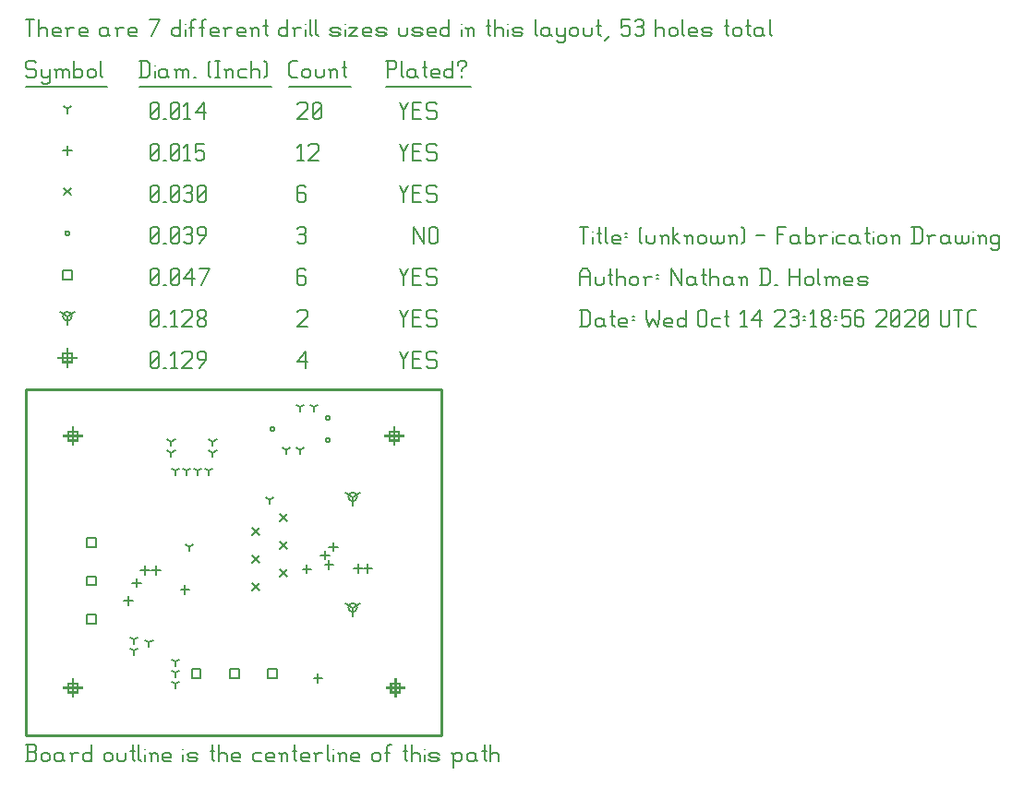
<source format=gbr>
G04 start of page 13 for group -3984 idx -3984 *
G04 Title: (unknown), fab *
G04 Creator: pcb 4.0.2 *
G04 CreationDate: Wed Oct 14 23:18:56 2020 UTC *
G04 For: ndholmes *
G04 Format: Gerber/RS-274X *
G04 PCB-Dimensions (mil): 1500.00 1250.00 *
G04 PCB-Coordinate-Origin: lower left *
%MOIN*%
%FSLAX25Y25*%
%LNFAB*%
%ADD73C,0.0100*%
%ADD72C,0.0075*%
%ADD71C,0.0060*%
%ADD70R,0.0080X0.0080*%
G54D70*X133000Y111200D02*Y104800D01*
X129800Y108000D02*X136200D01*
X131400Y109600D02*X134600D01*
X131400D02*Y106400D01*
X134600D01*
Y109600D02*Y106400D01*
X133500Y20200D02*Y13800D01*
X130300Y17000D02*X136700D01*
X131900Y18600D02*X135100D01*
X131900D02*Y15400D01*
X135100D01*
Y18600D02*Y15400D01*
X17000Y20200D02*Y13800D01*
X13800Y17000D02*X20200D01*
X15400Y18600D02*X18600D01*
X15400D02*Y15400D01*
X18600D01*
Y18600D02*Y15400D01*
X17000Y111200D02*Y104800D01*
X13800Y108000D02*X20200D01*
X15400Y109600D02*X18600D01*
X15400D02*Y106400D01*
X18600D01*
Y109600D02*Y106400D01*
X15000Y139450D02*Y133050D01*
X11800Y136250D02*X18200D01*
X13400Y137850D02*X16600D01*
X13400D02*Y134650D01*
X16600D01*
Y137850D02*Y134650D01*
G54D71*X135000Y138500D02*X136500Y135500D01*
X138000Y138500D01*
X136500Y135500D02*Y132500D01*
X139800Y135800D02*X142050D01*
X139800Y132500D02*X142800D01*
X139800Y138500D02*Y132500D01*
Y138500D02*X142800D01*
X147600D02*X148350Y137750D01*
X145350Y138500D02*X147600D01*
X144600Y137750D02*X145350Y138500D01*
X144600Y137750D02*Y136250D01*
X145350Y135500D01*
X147600D01*
X148350Y134750D01*
Y133250D01*
X147600Y132500D02*X148350Y133250D01*
X145350Y132500D02*X147600D01*
X144600Y133250D02*X145350Y132500D01*
X98000Y134750D02*X101000Y138500D01*
X98000Y134750D02*X101750D01*
X101000Y138500D02*Y132500D01*
X45000Y133250D02*X45750Y132500D01*
X45000Y137750D02*Y133250D01*
Y137750D02*X45750Y138500D01*
X47250D01*
X48000Y137750D01*
Y133250D01*
X47250Y132500D02*X48000Y133250D01*
X45750Y132500D02*X47250D01*
X45000Y134000D02*X48000Y137000D01*
X49800Y132500D02*X50550D01*
X52350Y137300D02*X53550Y138500D01*
Y132500D01*
X52350D02*X54600D01*
X56400Y137750D02*X57150Y138500D01*
X59400D01*
X60150Y137750D01*
Y136250D01*
X56400Y132500D02*X60150Y136250D01*
X56400Y132500D02*X60150D01*
X62700D02*X64950Y135500D01*
Y137750D02*Y135500D01*
X64200Y138500D02*X64950Y137750D01*
X62700Y138500D02*X64200D01*
X61950Y137750D02*X62700Y138500D01*
X61950Y137750D02*Y136250D01*
X62700Y135500D01*
X64950D01*
X118000Y46000D02*Y42800D01*
Y46000D02*X120773Y47600D01*
X118000Y46000D02*X115227Y47600D01*
X116400Y46000D02*G75*G03X119600Y46000I1600J0D01*G01*
G75*G03X116400Y46000I-1600J0D01*G01*
X118000Y86000D02*Y82800D01*
Y86000D02*X120773Y87600D01*
X118000Y86000D02*X115227Y87600D01*
X116400Y86000D02*G75*G03X119600Y86000I1600J0D01*G01*
G75*G03X116400Y86000I-1600J0D01*G01*
X15000Y151250D02*Y148050D01*
Y151250D02*X17773Y152850D01*
X15000Y151250D02*X12227Y152850D01*
X13400Y151250D02*G75*G03X16600Y151250I1600J0D01*G01*
G75*G03X13400Y151250I-1600J0D01*G01*
X135000Y153500D02*X136500Y150500D01*
X138000Y153500D01*
X136500Y150500D02*Y147500D01*
X139800Y150800D02*X142050D01*
X139800Y147500D02*X142800D01*
X139800Y153500D02*Y147500D01*
Y153500D02*X142800D01*
X147600D02*X148350Y152750D01*
X145350Y153500D02*X147600D01*
X144600Y152750D02*X145350Y153500D01*
X144600Y152750D02*Y151250D01*
X145350Y150500D01*
X147600D01*
X148350Y149750D01*
Y148250D01*
X147600Y147500D02*X148350Y148250D01*
X145350Y147500D02*X147600D01*
X144600Y148250D02*X145350Y147500D01*
X98000Y152750D02*X98750Y153500D01*
X101000D01*
X101750Y152750D01*
Y151250D01*
X98000Y147500D02*X101750Y151250D01*
X98000Y147500D02*X101750D01*
X45000Y148250D02*X45750Y147500D01*
X45000Y152750D02*Y148250D01*
Y152750D02*X45750Y153500D01*
X47250D01*
X48000Y152750D01*
Y148250D01*
X47250Y147500D02*X48000Y148250D01*
X45750Y147500D02*X47250D01*
X45000Y149000D02*X48000Y152000D01*
X49800Y147500D02*X50550D01*
X52350Y152300D02*X53550Y153500D01*
Y147500D01*
X52350D02*X54600D01*
X56400Y152750D02*X57150Y153500D01*
X59400D01*
X60150Y152750D01*
Y151250D01*
X56400Y147500D02*X60150Y151250D01*
X56400Y147500D02*X60150D01*
X61950Y148250D02*X62700Y147500D01*
X61950Y149450D02*Y148250D01*
Y149450D02*X63000Y150500D01*
X63900D01*
X64950Y149450D01*
Y148250D01*
X64200Y147500D02*X64950Y148250D01*
X62700Y147500D02*X64200D01*
X61950Y151550D02*X63000Y150500D01*
X61950Y152750D02*Y151550D01*
Y152750D02*X62700Y153500D01*
X64200D01*
X64950Y152750D01*
Y151550D01*
X63900Y150500D02*X64950Y151550D01*
X22073Y71045D02*X25273D01*
X22073D02*Y67845D01*
X25273D01*
Y71045D02*Y67845D01*
X22073Y57265D02*X25273D01*
X22073D02*Y54065D01*
X25273D01*
Y57265D02*Y54065D01*
X22073Y43486D02*X25273D01*
X22073D02*Y40286D01*
X25273D01*
Y43486D02*Y40286D01*
X59955Y23773D02*X63155D01*
X59955D02*Y20573D01*
X63155D01*
Y23773D02*Y20573D01*
X73735Y23773D02*X76935D01*
X73735D02*Y20573D01*
X76935D01*
Y23773D02*Y20573D01*
X87514Y23773D02*X90714D01*
X87514D02*Y20573D01*
X90714D01*
Y23773D02*Y20573D01*
X13400Y167850D02*X16600D01*
X13400D02*Y164650D01*
X16600D01*
Y167850D02*Y164650D01*
X135000Y168500D02*X136500Y165500D01*
X138000Y168500D01*
X136500Y165500D02*Y162500D01*
X139800Y165800D02*X142050D01*
X139800Y162500D02*X142800D01*
X139800Y168500D02*Y162500D01*
Y168500D02*X142800D01*
X147600D02*X148350Y167750D01*
X145350Y168500D02*X147600D01*
X144600Y167750D02*X145350Y168500D01*
X144600Y167750D02*Y166250D01*
X145350Y165500D01*
X147600D01*
X148350Y164750D01*
Y163250D01*
X147600Y162500D02*X148350Y163250D01*
X145350Y162500D02*X147600D01*
X144600Y163250D02*X145350Y162500D01*
X100250Y168500D02*X101000Y167750D01*
X98750Y168500D02*X100250D01*
X98000Y167750D02*X98750Y168500D01*
X98000Y167750D02*Y163250D01*
X98750Y162500D01*
X100250Y165800D02*X101000Y165050D01*
X98000Y165800D02*X100250D01*
X98750Y162500D02*X100250D01*
X101000Y163250D01*
Y165050D02*Y163250D01*
X45000D02*X45750Y162500D01*
X45000Y167750D02*Y163250D01*
Y167750D02*X45750Y168500D01*
X47250D01*
X48000Y167750D01*
Y163250D01*
X47250Y162500D02*X48000Y163250D01*
X45750Y162500D02*X47250D01*
X45000Y164000D02*X48000Y167000D01*
X49800Y162500D02*X50550D01*
X52350Y163250D02*X53100Y162500D01*
X52350Y167750D02*Y163250D01*
Y167750D02*X53100Y168500D01*
X54600D01*
X55350Y167750D01*
Y163250D01*
X54600Y162500D02*X55350Y163250D01*
X53100Y162500D02*X54600D01*
X52350Y164000D02*X55350Y167000D01*
X57150Y164750D02*X60150Y168500D01*
X57150Y164750D02*X60900D01*
X60150Y168500D02*Y162500D01*
X63450D02*X66450Y168500D01*
X62700D02*X66450D01*
X88200Y110500D02*G75*G03X89800Y110500I800J0D01*G01*
G75*G03X88200Y110500I-800J0D01*G01*
X108200Y114500D02*G75*G03X109800Y114500I800J0D01*G01*
G75*G03X108200Y114500I-800J0D01*G01*
Y106500D02*G75*G03X109800Y106500I800J0D01*G01*
G75*G03X108200Y106500I-800J0D01*G01*
X14200Y181250D02*G75*G03X15800Y181250I800J0D01*G01*
G75*G03X14200Y181250I-800J0D01*G01*
X140000Y183500D02*Y177500D01*
Y183500D02*X143750Y177500D01*
Y183500D02*Y177500D01*
X145550Y182750D02*Y178250D01*
Y182750D02*X146300Y183500D01*
X147800D01*
X148550Y182750D01*
Y178250D01*
X147800Y177500D02*X148550Y178250D01*
X146300Y177500D02*X147800D01*
X145550Y178250D02*X146300Y177500D01*
X98000Y182750D02*X98750Y183500D01*
X100250D01*
X101000Y182750D01*
X100250Y177500D02*X101000Y178250D01*
X98750Y177500D02*X100250D01*
X98000Y178250D02*X98750Y177500D01*
Y180800D02*X100250D01*
X101000Y182750D02*Y181550D01*
Y180050D02*Y178250D01*
Y180050D02*X100250Y180800D01*
X101000Y181550D02*X100250Y180800D01*
X45000Y178250D02*X45750Y177500D01*
X45000Y182750D02*Y178250D01*
Y182750D02*X45750Y183500D01*
X47250D01*
X48000Y182750D01*
Y178250D01*
X47250Y177500D02*X48000Y178250D01*
X45750Y177500D02*X47250D01*
X45000Y179000D02*X48000Y182000D01*
X49800Y177500D02*X50550D01*
X52350Y178250D02*X53100Y177500D01*
X52350Y182750D02*Y178250D01*
Y182750D02*X53100Y183500D01*
X54600D01*
X55350Y182750D01*
Y178250D01*
X54600Y177500D02*X55350Y178250D01*
X53100Y177500D02*X54600D01*
X52350Y179000D02*X55350Y182000D01*
X57150Y182750D02*X57900Y183500D01*
X59400D01*
X60150Y182750D01*
X59400Y177500D02*X60150Y178250D01*
X57900Y177500D02*X59400D01*
X57150Y178250D02*X57900Y177500D01*
Y180800D02*X59400D01*
X60150Y182750D02*Y181550D01*
Y180050D02*Y178250D01*
Y180050D02*X59400Y180800D01*
X60150Y181550D02*X59400Y180800D01*
X62700Y177500D02*X64950Y180500D01*
Y182750D02*Y180500D01*
X64200Y183500D02*X64950Y182750D01*
X62700Y183500D02*X64200D01*
X61950Y182750D02*X62700Y183500D01*
X61950Y182750D02*Y181250D01*
X62700Y180500D01*
X64950D01*
X81800Y54700D02*X84200Y52300D01*
X81800D02*X84200Y54700D01*
X91800Y59700D02*X94200Y57300D01*
X91800D02*X94200Y59700D01*
X81800Y64700D02*X84200Y62300D01*
X81800D02*X84200Y64700D01*
X91800Y69700D02*X94200Y67300D01*
X91800D02*X94200Y69700D01*
X81800Y74700D02*X84200Y72300D01*
X81800D02*X84200Y74700D01*
X91800Y79700D02*X94200Y77300D01*
X91800D02*X94200Y79700D01*
X13800Y197450D02*X16200Y195050D01*
X13800D02*X16200Y197450D01*
X135000Y198500D02*X136500Y195500D01*
X138000Y198500D01*
X136500Y195500D02*Y192500D01*
X139800Y195800D02*X142050D01*
X139800Y192500D02*X142800D01*
X139800Y198500D02*Y192500D01*
Y198500D02*X142800D01*
X147600D02*X148350Y197750D01*
X145350Y198500D02*X147600D01*
X144600Y197750D02*X145350Y198500D01*
X144600Y197750D02*Y196250D01*
X145350Y195500D01*
X147600D01*
X148350Y194750D01*
Y193250D01*
X147600Y192500D02*X148350Y193250D01*
X145350Y192500D02*X147600D01*
X144600Y193250D02*X145350Y192500D01*
X100250Y198500D02*X101000Y197750D01*
X98750Y198500D02*X100250D01*
X98000Y197750D02*X98750Y198500D01*
X98000Y197750D02*Y193250D01*
X98750Y192500D01*
X100250Y195800D02*X101000Y195050D01*
X98000Y195800D02*X100250D01*
X98750Y192500D02*X100250D01*
X101000Y193250D01*
Y195050D02*Y193250D01*
X45000D02*X45750Y192500D01*
X45000Y197750D02*Y193250D01*
Y197750D02*X45750Y198500D01*
X47250D01*
X48000Y197750D01*
Y193250D01*
X47250Y192500D02*X48000Y193250D01*
X45750Y192500D02*X47250D01*
X45000Y194000D02*X48000Y197000D01*
X49800Y192500D02*X50550D01*
X52350Y193250D02*X53100Y192500D01*
X52350Y197750D02*Y193250D01*
Y197750D02*X53100Y198500D01*
X54600D01*
X55350Y197750D01*
Y193250D01*
X54600Y192500D02*X55350Y193250D01*
X53100Y192500D02*X54600D01*
X52350Y194000D02*X55350Y197000D01*
X57150Y197750D02*X57900Y198500D01*
X59400D01*
X60150Y197750D01*
X59400Y192500D02*X60150Y193250D01*
X57900Y192500D02*X59400D01*
X57150Y193250D02*X57900Y192500D01*
Y195800D02*X59400D01*
X60150Y197750D02*Y196550D01*
Y195050D02*Y193250D01*
Y195050D02*X59400Y195800D01*
X60150Y196550D02*X59400Y195800D01*
X61950Y193250D02*X62700Y192500D01*
X61950Y197750D02*Y193250D01*
Y197750D02*X62700Y198500D01*
X64200D01*
X64950Y197750D01*
Y193250D01*
X64200Y192500D02*X64950Y193250D01*
X62700Y192500D02*X64200D01*
X61950Y194000D02*X64950Y197000D01*
X37000Y50100D02*Y46900D01*
X35400Y48500D02*X38600D01*
X40000Y56600D02*Y53400D01*
X38400Y55000D02*X41600D01*
X57500Y54100D02*Y50900D01*
X55900Y52500D02*X59100D01*
X105500Y22100D02*Y18900D01*
X103900Y20500D02*X107100D01*
X111000Y69600D02*Y66400D01*
X109400Y68000D02*X112600D01*
X108000Y66600D02*Y63400D01*
X106400Y65000D02*X109600D01*
X101500Y61600D02*Y58400D01*
X99900Y60000D02*X103100D01*
X109500Y63100D02*Y59900D01*
X107900Y61500D02*X111100D01*
X120000Y61694D02*Y58494D01*
X118400Y60094D02*X121600D01*
X123500Y61694D02*Y58494D01*
X121900Y60094D02*X125100D01*
X43000Y61100D02*Y57900D01*
X41400Y59500D02*X44600D01*
X47000Y61100D02*Y57900D01*
X45400Y59500D02*X48600D01*
X15000Y212850D02*Y209650D01*
X13400Y211250D02*X16600D01*
X135000Y213500D02*X136500Y210500D01*
X138000Y213500D01*
X136500Y210500D02*Y207500D01*
X139800Y210800D02*X142050D01*
X139800Y207500D02*X142800D01*
X139800Y213500D02*Y207500D01*
Y213500D02*X142800D01*
X147600D02*X148350Y212750D01*
X145350Y213500D02*X147600D01*
X144600Y212750D02*X145350Y213500D01*
X144600Y212750D02*Y211250D01*
X145350Y210500D01*
X147600D01*
X148350Y209750D01*
Y208250D01*
X147600Y207500D02*X148350Y208250D01*
X145350Y207500D02*X147600D01*
X144600Y208250D02*X145350Y207500D01*
X98000Y212300D02*X99200Y213500D01*
Y207500D01*
X98000D02*X100250D01*
X102050Y212750D02*X102800Y213500D01*
X105050D01*
X105800Y212750D01*
Y211250D01*
X102050Y207500D02*X105800Y211250D01*
X102050Y207500D02*X105800D01*
X45000Y208250D02*X45750Y207500D01*
X45000Y212750D02*Y208250D01*
Y212750D02*X45750Y213500D01*
X47250D01*
X48000Y212750D01*
Y208250D01*
X47250Y207500D02*X48000Y208250D01*
X45750Y207500D02*X47250D01*
X45000Y209000D02*X48000Y212000D01*
X49800Y207500D02*X50550D01*
X52350Y208250D02*X53100Y207500D01*
X52350Y212750D02*Y208250D01*
Y212750D02*X53100Y213500D01*
X54600D01*
X55350Y212750D01*
Y208250D01*
X54600Y207500D02*X55350Y208250D01*
X53100Y207500D02*X54600D01*
X52350Y209000D02*X55350Y212000D01*
X57150Y212300D02*X58350Y213500D01*
Y207500D01*
X57150D02*X59400D01*
X61200Y213500D02*X64200D01*
X61200D02*Y210500D01*
X61950Y211250D01*
X63450D01*
X64200Y210500D01*
Y208250D01*
X63450Y207500D02*X64200Y208250D01*
X61950Y207500D02*X63450D01*
X61200Y208250D02*X61950Y207500D01*
X104000Y118500D02*Y116900D01*
Y118500D02*X105387Y119300D01*
X104000Y118500D02*X102613Y119300D01*
X54000Y18500D02*Y16900D01*
Y18500D02*X55387Y19300D01*
X54000Y18500D02*X52613Y19300D01*
X99000Y103000D02*Y101400D01*
Y103000D02*X100387Y103800D01*
X99000Y103000D02*X97613Y103800D01*
X52500Y106000D02*Y104400D01*
Y106000D02*X53887Y106800D01*
X52500Y106000D02*X51113Y106800D01*
X67500Y106000D02*Y104400D01*
Y106000D02*X68887Y106800D01*
X67500Y106000D02*X66113Y106800D01*
X67500Y102000D02*Y100400D01*
Y102000D02*X68887Y102800D01*
X67500Y102000D02*X66113Y102800D01*
X62000Y95500D02*Y93900D01*
Y95500D02*X63387Y96300D01*
X62000Y95500D02*X60613Y96300D01*
X94000Y103000D02*Y101400D01*
Y103000D02*X95387Y103800D01*
X94000Y103000D02*X92613Y103800D01*
X99000Y118500D02*Y116900D01*
Y118500D02*X100387Y119300D01*
X99000Y118500D02*X97613Y119300D01*
X88000Y85000D02*Y83400D01*
Y85000D02*X89387Y85800D01*
X88000Y85000D02*X86613Y85800D01*
X39000Y34500D02*Y32900D01*
Y34500D02*X40387Y35300D01*
X39000Y34500D02*X37613Y35300D01*
X54000Y22500D02*Y20900D01*
Y22500D02*X55387Y23300D01*
X54000Y22500D02*X52613Y23300D01*
X54000Y26500D02*Y24900D01*
Y26500D02*X55387Y27300D01*
X54000Y26500D02*X52613Y27300D01*
X44500Y33500D02*Y31900D01*
Y33500D02*X45887Y34300D01*
X44500Y33500D02*X43113Y34300D01*
X59000Y68000D02*Y66400D01*
Y68000D02*X60387Y68800D01*
X59000Y68000D02*X57613Y68800D01*
X39000Y30500D02*Y28900D01*
Y30500D02*X40387Y31300D01*
X39000Y30500D02*X37613Y31300D01*
X52500Y102000D02*Y100400D01*
Y102000D02*X53887Y102800D01*
X52500Y102000D02*X51113Y102800D01*
X66000Y95500D02*Y93900D01*
Y95500D02*X67387Y96300D01*
X66000Y95500D02*X64613Y96300D01*
X54000Y95500D02*Y93900D01*
Y95500D02*X55387Y96300D01*
X54000Y95500D02*X52613Y96300D01*
X58000Y95500D02*Y93900D01*
Y95500D02*X59387Y96300D01*
X58000Y95500D02*X56613Y96300D01*
X15000Y226250D02*Y224650D01*
Y226250D02*X16387Y227050D01*
X15000Y226250D02*X13613Y227050D01*
X135000Y228500D02*X136500Y225500D01*
X138000Y228500D01*
X136500Y225500D02*Y222500D01*
X139800Y225800D02*X142050D01*
X139800Y222500D02*X142800D01*
X139800Y228500D02*Y222500D01*
Y228500D02*X142800D01*
X147600D02*X148350Y227750D01*
X145350Y228500D02*X147600D01*
X144600Y227750D02*X145350Y228500D01*
X144600Y227750D02*Y226250D01*
X145350Y225500D01*
X147600D01*
X148350Y224750D01*
Y223250D01*
X147600Y222500D02*X148350Y223250D01*
X145350Y222500D02*X147600D01*
X144600Y223250D02*X145350Y222500D01*
X98000Y227750D02*X98750Y228500D01*
X101000D01*
X101750Y227750D01*
Y226250D01*
X98000Y222500D02*X101750Y226250D01*
X98000Y222500D02*X101750D01*
X103550Y223250D02*X104300Y222500D01*
X103550Y227750D02*Y223250D01*
Y227750D02*X104300Y228500D01*
X105800D01*
X106550Y227750D01*
Y223250D01*
X105800Y222500D02*X106550Y223250D01*
X104300Y222500D02*X105800D01*
X103550Y224000D02*X106550Y227000D01*
X45000Y223250D02*X45750Y222500D01*
X45000Y227750D02*Y223250D01*
Y227750D02*X45750Y228500D01*
X47250D01*
X48000Y227750D01*
Y223250D01*
X47250Y222500D02*X48000Y223250D01*
X45750Y222500D02*X47250D01*
X45000Y224000D02*X48000Y227000D01*
X49800Y222500D02*X50550D01*
X52350Y223250D02*X53100Y222500D01*
X52350Y227750D02*Y223250D01*
Y227750D02*X53100Y228500D01*
X54600D01*
X55350Y227750D01*
Y223250D01*
X54600Y222500D02*X55350Y223250D01*
X53100Y222500D02*X54600D01*
X52350Y224000D02*X55350Y227000D01*
X57150Y227300D02*X58350Y228500D01*
Y222500D01*
X57150D02*X59400D01*
X61200Y224750D02*X64200Y228500D01*
X61200Y224750D02*X64950D01*
X64200Y228500D02*Y222500D01*
X3000Y243500D02*X3750Y242750D01*
X750Y243500D02*X3000D01*
X0Y242750D02*X750Y243500D01*
X0Y242750D02*Y241250D01*
X750Y240500D01*
X3000D01*
X3750Y239750D01*
Y238250D01*
X3000Y237500D02*X3750Y238250D01*
X750Y237500D02*X3000D01*
X0Y238250D02*X750Y237500D01*
X5550Y240500D02*Y238250D01*
X6300Y237500D01*
X8550Y240500D02*Y236000D01*
X7800Y235250D02*X8550Y236000D01*
X6300Y235250D02*X7800D01*
X5550Y236000D02*X6300Y235250D01*
Y237500D02*X7800D01*
X8550Y238250D01*
X11100Y239750D02*Y237500D01*
Y239750D02*X11850Y240500D01*
X12600D01*
X13350Y239750D01*
Y237500D01*
Y239750D02*X14100Y240500D01*
X14850D01*
X15600Y239750D01*
Y237500D01*
X10350Y240500D02*X11100Y239750D01*
X17400Y243500D02*Y237500D01*
Y238250D02*X18150Y237500D01*
X19650D01*
X20400Y238250D01*
Y239750D02*Y238250D01*
X19650Y240500D02*X20400Y239750D01*
X18150Y240500D02*X19650D01*
X17400Y239750D02*X18150Y240500D01*
X22200Y239750D02*Y238250D01*
Y239750D02*X22950Y240500D01*
X24450D01*
X25200Y239750D01*
Y238250D01*
X24450Y237500D02*X25200Y238250D01*
X22950Y237500D02*X24450D01*
X22200Y238250D02*X22950Y237500D01*
X27000Y243500D02*Y238250D01*
X27750Y237500D01*
X0Y234250D02*X29250D01*
X41750Y243500D02*Y237500D01*
X43700Y243500D02*X44750Y242450D01*
Y238550D01*
X43700Y237500D02*X44750Y238550D01*
X41000Y237500D02*X43700D01*
X41000Y243500D02*X43700D01*
G54D72*X46550Y242000D02*Y241850D01*
G54D71*Y239750D02*Y237500D01*
X50300Y240500D02*X51050Y239750D01*
X48800Y240500D02*X50300D01*
X48050Y239750D02*X48800Y240500D01*
X48050Y239750D02*Y238250D01*
X48800Y237500D01*
X51050Y240500D02*Y238250D01*
X51800Y237500D01*
X48800D02*X50300D01*
X51050Y238250D01*
X54350Y239750D02*Y237500D01*
Y239750D02*X55100Y240500D01*
X55850D01*
X56600Y239750D01*
Y237500D01*
Y239750D02*X57350Y240500D01*
X58100D01*
X58850Y239750D01*
Y237500D01*
X53600Y240500D02*X54350Y239750D01*
X60650Y237500D02*X61400D01*
X65900Y238250D02*X66650Y237500D01*
X65900Y242750D02*X66650Y243500D01*
X65900Y242750D02*Y238250D01*
X68450Y243500D02*X69950D01*
X69200D02*Y237500D01*
X68450D02*X69950D01*
X72500Y239750D02*Y237500D01*
Y239750D02*X73250Y240500D01*
X74000D01*
X74750Y239750D01*
Y237500D01*
X71750Y240500D02*X72500Y239750D01*
X77300Y240500D02*X79550D01*
X76550Y239750D02*X77300Y240500D01*
X76550Y239750D02*Y238250D01*
X77300Y237500D01*
X79550D01*
X81350Y243500D02*Y237500D01*
Y239750D02*X82100Y240500D01*
X83600D01*
X84350Y239750D01*
Y237500D01*
X86150Y243500D02*X86900Y242750D01*
Y238250D01*
X86150Y237500D02*X86900Y238250D01*
X41000Y234250D02*X88700D01*
X96050Y237500D02*X98000D01*
X95000Y238550D02*X96050Y237500D01*
X95000Y242450D02*Y238550D01*
Y242450D02*X96050Y243500D01*
X98000D01*
X99800Y239750D02*Y238250D01*
Y239750D02*X100550Y240500D01*
X102050D01*
X102800Y239750D01*
Y238250D01*
X102050Y237500D02*X102800Y238250D01*
X100550Y237500D02*X102050D01*
X99800Y238250D02*X100550Y237500D01*
X104600Y240500D02*Y238250D01*
X105350Y237500D01*
X106850D01*
X107600Y238250D01*
Y240500D02*Y238250D01*
X110150Y239750D02*Y237500D01*
Y239750D02*X110900Y240500D01*
X111650D01*
X112400Y239750D01*
Y237500D01*
X109400Y240500D02*X110150Y239750D01*
X114950Y243500D02*Y238250D01*
X115700Y237500D01*
X114200Y241250D02*X115700D01*
X95000Y234250D02*X117200D01*
X130750Y243500D02*Y237500D01*
X130000Y243500D02*X133000D01*
X133750Y242750D01*
Y241250D01*
X133000Y240500D02*X133750Y241250D01*
X130750Y240500D02*X133000D01*
X135550Y243500D02*Y238250D01*
X136300Y237500D01*
X140050Y240500D02*X140800Y239750D01*
X138550Y240500D02*X140050D01*
X137800Y239750D02*X138550Y240500D01*
X137800Y239750D02*Y238250D01*
X138550Y237500D01*
X140800Y240500D02*Y238250D01*
X141550Y237500D01*
X138550D02*X140050D01*
X140800Y238250D01*
X144100Y243500D02*Y238250D01*
X144850Y237500D01*
X143350Y241250D02*X144850D01*
X147100Y237500D02*X149350D01*
X146350Y238250D02*X147100Y237500D01*
X146350Y239750D02*Y238250D01*
Y239750D02*X147100Y240500D01*
X148600D01*
X149350Y239750D01*
X146350Y239000D02*X149350D01*
Y239750D02*Y239000D01*
X154150Y243500D02*Y237500D01*
X153400D02*X154150Y238250D01*
X151900Y237500D02*X153400D01*
X151150Y238250D02*X151900Y237500D01*
X151150Y239750D02*Y238250D01*
Y239750D02*X151900Y240500D01*
X153400D01*
X154150Y239750D01*
X157450Y240500D02*Y239750D01*
Y238250D02*Y237500D01*
X155950Y242750D02*Y242000D01*
Y242750D02*X156700Y243500D01*
X158200D01*
X158950Y242750D01*
Y242000D01*
X157450Y240500D02*X158950Y242000D01*
X130000Y234250D02*X160750D01*
X0Y258500D02*X3000D01*
X1500D02*Y252500D01*
X4800Y258500D02*Y252500D01*
Y254750D02*X5550Y255500D01*
X7050D01*
X7800Y254750D01*
Y252500D01*
X10350D02*X12600D01*
X9600Y253250D02*X10350Y252500D01*
X9600Y254750D02*Y253250D01*
Y254750D02*X10350Y255500D01*
X11850D01*
X12600Y254750D01*
X9600Y254000D02*X12600D01*
Y254750D02*Y254000D01*
X15150Y254750D02*Y252500D01*
Y254750D02*X15900Y255500D01*
X17400D01*
X14400D02*X15150Y254750D01*
X19950Y252500D02*X22200D01*
X19200Y253250D02*X19950Y252500D01*
X19200Y254750D02*Y253250D01*
Y254750D02*X19950Y255500D01*
X21450D01*
X22200Y254750D01*
X19200Y254000D02*X22200D01*
Y254750D02*Y254000D01*
X28950Y255500D02*X29700Y254750D01*
X27450Y255500D02*X28950D01*
X26700Y254750D02*X27450Y255500D01*
X26700Y254750D02*Y253250D01*
X27450Y252500D01*
X29700Y255500D02*Y253250D01*
X30450Y252500D01*
X27450D02*X28950D01*
X29700Y253250D01*
X33000Y254750D02*Y252500D01*
Y254750D02*X33750Y255500D01*
X35250D01*
X32250D02*X33000Y254750D01*
X37800Y252500D02*X40050D01*
X37050Y253250D02*X37800Y252500D01*
X37050Y254750D02*Y253250D01*
Y254750D02*X37800Y255500D01*
X39300D01*
X40050Y254750D01*
X37050Y254000D02*X40050D01*
Y254750D02*Y254000D01*
X45300Y252500D02*X48300Y258500D01*
X44550D02*X48300D01*
X55800D02*Y252500D01*
X55050D02*X55800Y253250D01*
X53550Y252500D02*X55050D01*
X52800Y253250D02*X53550Y252500D01*
X52800Y254750D02*Y253250D01*
Y254750D02*X53550Y255500D01*
X55050D01*
X55800Y254750D01*
G54D72*X57600Y257000D02*Y256850D01*
G54D71*Y254750D02*Y252500D01*
X59850Y257750D02*Y252500D01*
Y257750D02*X60600Y258500D01*
X61350D01*
X59100Y255500D02*X60600D01*
X63600Y257750D02*Y252500D01*
Y257750D02*X64350Y258500D01*
X65100D01*
X62850Y255500D02*X64350D01*
X67350Y252500D02*X69600D01*
X66600Y253250D02*X67350Y252500D01*
X66600Y254750D02*Y253250D01*
Y254750D02*X67350Y255500D01*
X68850D01*
X69600Y254750D01*
X66600Y254000D02*X69600D01*
Y254750D02*Y254000D01*
X72150Y254750D02*Y252500D01*
Y254750D02*X72900Y255500D01*
X74400D01*
X71400D02*X72150Y254750D01*
X76950Y252500D02*X79200D01*
X76200Y253250D02*X76950Y252500D01*
X76200Y254750D02*Y253250D01*
Y254750D02*X76950Y255500D01*
X78450D01*
X79200Y254750D01*
X76200Y254000D02*X79200D01*
Y254750D02*Y254000D01*
X81750Y254750D02*Y252500D01*
Y254750D02*X82500Y255500D01*
X83250D01*
X84000Y254750D01*
Y252500D01*
X81000Y255500D02*X81750Y254750D01*
X86550Y258500D02*Y253250D01*
X87300Y252500D01*
X85800Y256250D02*X87300D01*
X94500Y258500D02*Y252500D01*
X93750D02*X94500Y253250D01*
X92250Y252500D02*X93750D01*
X91500Y253250D02*X92250Y252500D01*
X91500Y254750D02*Y253250D01*
Y254750D02*X92250Y255500D01*
X93750D01*
X94500Y254750D01*
X97050D02*Y252500D01*
Y254750D02*X97800Y255500D01*
X99300D01*
X96300D02*X97050Y254750D01*
G54D72*X101100Y257000D02*Y256850D01*
G54D71*Y254750D02*Y252500D01*
X102600Y258500D02*Y253250D01*
X103350Y252500D01*
X104850Y258500D02*Y253250D01*
X105600Y252500D01*
X110550D02*X112800D01*
X113550Y253250D01*
X112800Y254000D02*X113550Y253250D01*
X110550Y254000D02*X112800D01*
X109800Y254750D02*X110550Y254000D01*
X109800Y254750D02*X110550Y255500D01*
X112800D01*
X113550Y254750D01*
X109800Y253250D02*X110550Y252500D01*
G54D72*X115350Y257000D02*Y256850D01*
G54D71*Y254750D02*Y252500D01*
X116850Y255500D02*X119850D01*
X116850Y252500D02*X119850Y255500D01*
X116850Y252500D02*X119850D01*
X122400D02*X124650D01*
X121650Y253250D02*X122400Y252500D01*
X121650Y254750D02*Y253250D01*
Y254750D02*X122400Y255500D01*
X123900D01*
X124650Y254750D01*
X121650Y254000D02*X124650D01*
Y254750D02*Y254000D01*
X127200Y252500D02*X129450D01*
X130200Y253250D01*
X129450Y254000D02*X130200Y253250D01*
X127200Y254000D02*X129450D01*
X126450Y254750D02*X127200Y254000D01*
X126450Y254750D02*X127200Y255500D01*
X129450D01*
X130200Y254750D01*
X126450Y253250D02*X127200Y252500D01*
X134700Y255500D02*Y253250D01*
X135450Y252500D01*
X136950D01*
X137700Y253250D01*
Y255500D02*Y253250D01*
X140250Y252500D02*X142500D01*
X143250Y253250D01*
X142500Y254000D02*X143250Y253250D01*
X140250Y254000D02*X142500D01*
X139500Y254750D02*X140250Y254000D01*
X139500Y254750D02*X140250Y255500D01*
X142500D01*
X143250Y254750D01*
X139500Y253250D02*X140250Y252500D01*
X145800D02*X148050D01*
X145050Y253250D02*X145800Y252500D01*
X145050Y254750D02*Y253250D01*
Y254750D02*X145800Y255500D01*
X147300D01*
X148050Y254750D01*
X145050Y254000D02*X148050D01*
Y254750D02*Y254000D01*
X152850Y258500D02*Y252500D01*
X152100D02*X152850Y253250D01*
X150600Y252500D02*X152100D01*
X149850Y253250D02*X150600Y252500D01*
X149850Y254750D02*Y253250D01*
Y254750D02*X150600Y255500D01*
X152100D01*
X152850Y254750D01*
G54D72*X157350Y257000D02*Y256850D01*
G54D71*Y254750D02*Y252500D01*
X159600Y254750D02*Y252500D01*
Y254750D02*X160350Y255500D01*
X161100D01*
X161850Y254750D01*
Y252500D01*
X158850Y255500D02*X159600Y254750D01*
X167100Y258500D02*Y253250D01*
X167850Y252500D01*
X166350Y256250D02*X167850D01*
X169350Y258500D02*Y252500D01*
Y254750D02*X170100Y255500D01*
X171600D01*
X172350Y254750D01*
Y252500D01*
G54D72*X174150Y257000D02*Y256850D01*
G54D71*Y254750D02*Y252500D01*
X176400D02*X178650D01*
X179400Y253250D01*
X178650Y254000D02*X179400Y253250D01*
X176400Y254000D02*X178650D01*
X175650Y254750D02*X176400Y254000D01*
X175650Y254750D02*X176400Y255500D01*
X178650D01*
X179400Y254750D01*
X175650Y253250D02*X176400Y252500D01*
X183900Y258500D02*Y253250D01*
X184650Y252500D01*
X188400Y255500D02*X189150Y254750D01*
X186900Y255500D02*X188400D01*
X186150Y254750D02*X186900Y255500D01*
X186150Y254750D02*Y253250D01*
X186900Y252500D01*
X189150Y255500D02*Y253250D01*
X189900Y252500D01*
X186900D02*X188400D01*
X189150Y253250D01*
X191700Y255500D02*Y253250D01*
X192450Y252500D01*
X194700Y255500D02*Y251000D01*
X193950Y250250D02*X194700Y251000D01*
X192450Y250250D02*X193950D01*
X191700Y251000D02*X192450Y250250D01*
Y252500D02*X193950D01*
X194700Y253250D01*
X196500Y254750D02*Y253250D01*
Y254750D02*X197250Y255500D01*
X198750D01*
X199500Y254750D01*
Y253250D01*
X198750Y252500D02*X199500Y253250D01*
X197250Y252500D02*X198750D01*
X196500Y253250D02*X197250Y252500D01*
X201300Y255500D02*Y253250D01*
X202050Y252500D01*
X203550D01*
X204300Y253250D01*
Y255500D02*Y253250D01*
X206850Y258500D02*Y253250D01*
X207600Y252500D01*
X206100Y256250D02*X207600D01*
X209100Y251000D02*X210600Y252500D01*
X215100Y258500D02*X218100D01*
X215100D02*Y255500D01*
X215850Y256250D01*
X217350D01*
X218100Y255500D01*
Y253250D01*
X217350Y252500D02*X218100Y253250D01*
X215850Y252500D02*X217350D01*
X215100Y253250D02*X215850Y252500D01*
X219900Y257750D02*X220650Y258500D01*
X222150D01*
X222900Y257750D01*
X222150Y252500D02*X222900Y253250D01*
X220650Y252500D02*X222150D01*
X219900Y253250D02*X220650Y252500D01*
Y255800D02*X222150D01*
X222900Y257750D02*Y256550D01*
Y255050D02*Y253250D01*
Y255050D02*X222150Y255800D01*
X222900Y256550D02*X222150Y255800D01*
X227400Y258500D02*Y252500D01*
Y254750D02*X228150Y255500D01*
X229650D01*
X230400Y254750D01*
Y252500D01*
X232200Y254750D02*Y253250D01*
Y254750D02*X232950Y255500D01*
X234450D01*
X235200Y254750D01*
Y253250D01*
X234450Y252500D02*X235200Y253250D01*
X232950Y252500D02*X234450D01*
X232200Y253250D02*X232950Y252500D01*
X237000Y258500D02*Y253250D01*
X237750Y252500D01*
X240000D02*X242250D01*
X239250Y253250D02*X240000Y252500D01*
X239250Y254750D02*Y253250D01*
Y254750D02*X240000Y255500D01*
X241500D01*
X242250Y254750D01*
X239250Y254000D02*X242250D01*
Y254750D02*Y254000D01*
X244800Y252500D02*X247050D01*
X247800Y253250D01*
X247050Y254000D02*X247800Y253250D01*
X244800Y254000D02*X247050D01*
X244050Y254750D02*X244800Y254000D01*
X244050Y254750D02*X244800Y255500D01*
X247050D01*
X247800Y254750D01*
X244050Y253250D02*X244800Y252500D01*
X253050Y258500D02*Y253250D01*
X253800Y252500D01*
X252300Y256250D02*X253800D01*
X255300Y254750D02*Y253250D01*
Y254750D02*X256050Y255500D01*
X257550D01*
X258300Y254750D01*
Y253250D01*
X257550Y252500D02*X258300Y253250D01*
X256050Y252500D02*X257550D01*
X255300Y253250D02*X256050Y252500D01*
X260850Y258500D02*Y253250D01*
X261600Y252500D01*
X260100Y256250D02*X261600D01*
X265350Y255500D02*X266100Y254750D01*
X263850Y255500D02*X265350D01*
X263100Y254750D02*X263850Y255500D01*
X263100Y254750D02*Y253250D01*
X263850Y252500D01*
X266100Y255500D02*Y253250D01*
X266850Y252500D01*
X263850D02*X265350D01*
X266100Y253250D01*
X268650Y258500D02*Y253250D01*
X269400Y252500D01*
G54D73*X0Y0D02*X150000D01*
Y125000D01*
X0D01*
Y0D01*
G54D71*Y-9500D02*X3000D01*
X3750Y-8750D01*
Y-6950D02*Y-8750D01*
X3000Y-6200D02*X3750Y-6950D01*
X750Y-6200D02*X3000D01*
X750Y-3500D02*Y-9500D01*
X0Y-3500D02*X3000D01*
X3750Y-4250D01*
Y-5450D01*
X3000Y-6200D02*X3750Y-5450D01*
X5550Y-7250D02*Y-8750D01*
Y-7250D02*X6300Y-6500D01*
X7800D01*
X8550Y-7250D01*
Y-8750D01*
X7800Y-9500D02*X8550Y-8750D01*
X6300Y-9500D02*X7800D01*
X5550Y-8750D02*X6300Y-9500D01*
X12600Y-6500D02*X13350Y-7250D01*
X11100Y-6500D02*X12600D01*
X10350Y-7250D02*X11100Y-6500D01*
X10350Y-7250D02*Y-8750D01*
X11100Y-9500D01*
X13350Y-6500D02*Y-8750D01*
X14100Y-9500D01*
X11100D02*X12600D01*
X13350Y-8750D01*
X16650Y-7250D02*Y-9500D01*
Y-7250D02*X17400Y-6500D01*
X18900D01*
X15900D02*X16650Y-7250D01*
X23700Y-3500D02*Y-9500D01*
X22950D02*X23700Y-8750D01*
X21450Y-9500D02*X22950D01*
X20700Y-8750D02*X21450Y-9500D01*
X20700Y-7250D02*Y-8750D01*
Y-7250D02*X21450Y-6500D01*
X22950D01*
X23700Y-7250D01*
X28200D02*Y-8750D01*
Y-7250D02*X28950Y-6500D01*
X30450D01*
X31200Y-7250D01*
Y-8750D01*
X30450Y-9500D02*X31200Y-8750D01*
X28950Y-9500D02*X30450D01*
X28200Y-8750D02*X28950Y-9500D01*
X33000Y-6500D02*Y-8750D01*
X33750Y-9500D01*
X35250D01*
X36000Y-8750D01*
Y-6500D02*Y-8750D01*
X38550Y-3500D02*Y-8750D01*
X39300Y-9500D01*
X37800Y-5750D02*X39300D01*
X40800Y-3500D02*Y-8750D01*
X41550Y-9500D01*
G54D72*X43050Y-5000D02*Y-5150D01*
G54D71*Y-7250D02*Y-9500D01*
X45300Y-7250D02*Y-9500D01*
Y-7250D02*X46050Y-6500D01*
X46800D01*
X47550Y-7250D01*
Y-9500D01*
X44550Y-6500D02*X45300Y-7250D01*
X50100Y-9500D02*X52350D01*
X49350Y-8750D02*X50100Y-9500D01*
X49350Y-7250D02*Y-8750D01*
Y-7250D02*X50100Y-6500D01*
X51600D01*
X52350Y-7250D01*
X49350Y-8000D02*X52350D01*
Y-7250D02*Y-8000D01*
G54D72*X56850Y-5000D02*Y-5150D01*
G54D71*Y-7250D02*Y-9500D01*
X59100D02*X61350D01*
X62100Y-8750D01*
X61350Y-8000D02*X62100Y-8750D01*
X59100Y-8000D02*X61350D01*
X58350Y-7250D02*X59100Y-8000D01*
X58350Y-7250D02*X59100Y-6500D01*
X61350D01*
X62100Y-7250D01*
X58350Y-8750D02*X59100Y-9500D01*
X67350Y-3500D02*Y-8750D01*
X68100Y-9500D01*
X66600Y-5750D02*X68100D01*
X69600Y-3500D02*Y-9500D01*
Y-7250D02*X70350Y-6500D01*
X71850D01*
X72600Y-7250D01*
Y-9500D01*
X75150D02*X77400D01*
X74400Y-8750D02*X75150Y-9500D01*
X74400Y-7250D02*Y-8750D01*
Y-7250D02*X75150Y-6500D01*
X76650D01*
X77400Y-7250D01*
X74400Y-8000D02*X77400D01*
Y-7250D02*Y-8000D01*
X82650Y-6500D02*X84900D01*
X81900Y-7250D02*X82650Y-6500D01*
X81900Y-7250D02*Y-8750D01*
X82650Y-9500D01*
X84900D01*
X87450D02*X89700D01*
X86700Y-8750D02*X87450Y-9500D01*
X86700Y-7250D02*Y-8750D01*
Y-7250D02*X87450Y-6500D01*
X88950D01*
X89700Y-7250D01*
X86700Y-8000D02*X89700D01*
Y-7250D02*Y-8000D01*
X92250Y-7250D02*Y-9500D01*
Y-7250D02*X93000Y-6500D01*
X93750D01*
X94500Y-7250D01*
Y-9500D01*
X91500Y-6500D02*X92250Y-7250D01*
X97050Y-3500D02*Y-8750D01*
X97800Y-9500D01*
X96300Y-5750D02*X97800D01*
X100050Y-9500D02*X102300D01*
X99300Y-8750D02*X100050Y-9500D01*
X99300Y-7250D02*Y-8750D01*
Y-7250D02*X100050Y-6500D01*
X101550D01*
X102300Y-7250D01*
X99300Y-8000D02*X102300D01*
Y-7250D02*Y-8000D01*
X104850Y-7250D02*Y-9500D01*
Y-7250D02*X105600Y-6500D01*
X107100D01*
X104100D02*X104850Y-7250D01*
X108900Y-3500D02*Y-8750D01*
X109650Y-9500D01*
G54D72*X111150Y-5000D02*Y-5150D01*
G54D71*Y-7250D02*Y-9500D01*
X113400Y-7250D02*Y-9500D01*
Y-7250D02*X114150Y-6500D01*
X114900D01*
X115650Y-7250D01*
Y-9500D01*
X112650Y-6500D02*X113400Y-7250D01*
X118200Y-9500D02*X120450D01*
X117450Y-8750D02*X118200Y-9500D01*
X117450Y-7250D02*Y-8750D01*
Y-7250D02*X118200Y-6500D01*
X119700D01*
X120450Y-7250D01*
X117450Y-8000D02*X120450D01*
Y-7250D02*Y-8000D01*
X124950Y-7250D02*Y-8750D01*
Y-7250D02*X125700Y-6500D01*
X127200D01*
X127950Y-7250D01*
Y-8750D01*
X127200Y-9500D02*X127950Y-8750D01*
X125700Y-9500D02*X127200D01*
X124950Y-8750D02*X125700Y-9500D01*
X130500Y-4250D02*Y-9500D01*
Y-4250D02*X131250Y-3500D01*
X132000D01*
X129750Y-6500D02*X131250D01*
X136950Y-3500D02*Y-8750D01*
X137700Y-9500D01*
X136200Y-5750D02*X137700D01*
X139200Y-3500D02*Y-9500D01*
Y-7250D02*X139950Y-6500D01*
X141450D01*
X142200Y-7250D01*
Y-9500D01*
G54D72*X144000Y-5000D02*Y-5150D01*
G54D71*Y-7250D02*Y-9500D01*
X146250D02*X148500D01*
X149250Y-8750D01*
X148500Y-8000D02*X149250Y-8750D01*
X146250Y-8000D02*X148500D01*
X145500Y-7250D02*X146250Y-8000D01*
X145500Y-7250D02*X146250Y-6500D01*
X148500D01*
X149250Y-7250D01*
X145500Y-8750D02*X146250Y-9500D01*
X154500Y-7250D02*Y-11750D01*
X153750Y-6500D02*X154500Y-7250D01*
X155250Y-6500D01*
X156750D01*
X157500Y-7250D01*
Y-8750D01*
X156750Y-9500D02*X157500Y-8750D01*
X155250Y-9500D02*X156750D01*
X154500Y-8750D02*X155250Y-9500D01*
X161550Y-6500D02*X162300Y-7250D01*
X160050Y-6500D02*X161550D01*
X159300Y-7250D02*X160050Y-6500D01*
X159300Y-7250D02*Y-8750D01*
X160050Y-9500D01*
X162300Y-6500D02*Y-8750D01*
X163050Y-9500D01*
X160050D02*X161550D01*
X162300Y-8750D01*
X165600Y-3500D02*Y-8750D01*
X166350Y-9500D01*
X164850Y-5750D02*X166350D01*
X167850Y-3500D02*Y-9500D01*
Y-7250D02*X168600Y-6500D01*
X170100D01*
X170850Y-7250D01*
Y-9500D01*
X200750Y153500D02*Y147500D01*
X202700Y153500D02*X203750Y152450D01*
Y148550D01*
X202700Y147500D02*X203750Y148550D01*
X200000Y147500D02*X202700D01*
X200000Y153500D02*X202700D01*
X207800Y150500D02*X208550Y149750D01*
X206300Y150500D02*X207800D01*
X205550Y149750D02*X206300Y150500D01*
X205550Y149750D02*Y148250D01*
X206300Y147500D01*
X208550Y150500D02*Y148250D01*
X209300Y147500D01*
X206300D02*X207800D01*
X208550Y148250D01*
X211850Y153500D02*Y148250D01*
X212600Y147500D01*
X211100Y151250D02*X212600D01*
X214850Y147500D02*X217100D01*
X214100Y148250D02*X214850Y147500D01*
X214100Y149750D02*Y148250D01*
Y149750D02*X214850Y150500D01*
X216350D01*
X217100Y149750D01*
X214100Y149000D02*X217100D01*
Y149750D02*Y149000D01*
X218900Y151250D02*X219650D01*
X218900Y149750D02*X219650D01*
X224150Y153500D02*Y150500D01*
X224900Y147500D01*
X226400Y150500D01*
X227900Y147500D01*
X228650Y150500D01*
Y153500D02*Y150500D01*
X231200Y147500D02*X233450D01*
X230450Y148250D02*X231200Y147500D01*
X230450Y149750D02*Y148250D01*
Y149750D02*X231200Y150500D01*
X232700D01*
X233450Y149750D01*
X230450Y149000D02*X233450D01*
Y149750D02*Y149000D01*
X238250Y153500D02*Y147500D01*
X237500D02*X238250Y148250D01*
X236000Y147500D02*X237500D01*
X235250Y148250D02*X236000Y147500D01*
X235250Y149750D02*Y148250D01*
Y149750D02*X236000Y150500D01*
X237500D01*
X238250Y149750D01*
X242750Y152750D02*Y148250D01*
Y152750D02*X243500Y153500D01*
X245000D01*
X245750Y152750D01*
Y148250D01*
X245000Y147500D02*X245750Y148250D01*
X243500Y147500D02*X245000D01*
X242750Y148250D02*X243500Y147500D01*
X248300Y150500D02*X250550D01*
X247550Y149750D02*X248300Y150500D01*
X247550Y149750D02*Y148250D01*
X248300Y147500D01*
X250550D01*
X253100Y153500D02*Y148250D01*
X253850Y147500D01*
X252350Y151250D02*X253850D01*
X258050Y152300D02*X259250Y153500D01*
Y147500D01*
X258050D02*X260300D01*
X262100Y149750D02*X265100Y153500D01*
X262100Y149750D02*X265850D01*
X265100Y153500D02*Y147500D01*
X270350Y152750D02*X271100Y153500D01*
X273350D01*
X274100Y152750D01*
Y151250D01*
X270350Y147500D02*X274100Y151250D01*
X270350Y147500D02*X274100D01*
X275900Y152750D02*X276650Y153500D01*
X278150D01*
X278900Y152750D01*
X278150Y147500D02*X278900Y148250D01*
X276650Y147500D02*X278150D01*
X275900Y148250D02*X276650Y147500D01*
Y150800D02*X278150D01*
X278900Y152750D02*Y151550D01*
Y150050D02*Y148250D01*
Y150050D02*X278150Y150800D01*
X278900Y151550D02*X278150Y150800D01*
X280700Y151250D02*X281450D01*
X280700Y149750D02*X281450D01*
X283250Y152300D02*X284450Y153500D01*
Y147500D01*
X283250D02*X285500D01*
X287300Y148250D02*X288050Y147500D01*
X287300Y149450D02*Y148250D01*
Y149450D02*X288350Y150500D01*
X289250D01*
X290300Y149450D01*
Y148250D01*
X289550Y147500D02*X290300Y148250D01*
X288050Y147500D02*X289550D01*
X287300Y151550D02*X288350Y150500D01*
X287300Y152750D02*Y151550D01*
Y152750D02*X288050Y153500D01*
X289550D01*
X290300Y152750D01*
Y151550D01*
X289250Y150500D02*X290300Y151550D01*
X292100Y151250D02*X292850D01*
X292100Y149750D02*X292850D01*
X294650Y153500D02*X297650D01*
X294650D02*Y150500D01*
X295400Y151250D01*
X296900D01*
X297650Y150500D01*
Y148250D01*
X296900Y147500D02*X297650Y148250D01*
X295400Y147500D02*X296900D01*
X294650Y148250D02*X295400Y147500D01*
X301700Y153500D02*X302450Y152750D01*
X300200Y153500D02*X301700D01*
X299450Y152750D02*X300200Y153500D01*
X299450Y152750D02*Y148250D01*
X300200Y147500D01*
X301700Y150800D02*X302450Y150050D01*
X299450Y150800D02*X301700D01*
X300200Y147500D02*X301700D01*
X302450Y148250D01*
Y150050D02*Y148250D01*
X306950Y152750D02*X307700Y153500D01*
X309950D01*
X310700Y152750D01*
Y151250D01*
X306950Y147500D02*X310700Y151250D01*
X306950Y147500D02*X310700D01*
X312500Y148250D02*X313250Y147500D01*
X312500Y152750D02*Y148250D01*
Y152750D02*X313250Y153500D01*
X314750D01*
X315500Y152750D01*
Y148250D01*
X314750Y147500D02*X315500Y148250D01*
X313250Y147500D02*X314750D01*
X312500Y149000D02*X315500Y152000D01*
X317300Y152750D02*X318050Y153500D01*
X320300D01*
X321050Y152750D01*
Y151250D01*
X317300Y147500D02*X321050Y151250D01*
X317300Y147500D02*X321050D01*
X322850Y148250D02*X323600Y147500D01*
X322850Y152750D02*Y148250D01*
Y152750D02*X323600Y153500D01*
X325100D01*
X325850Y152750D01*
Y148250D01*
X325100Y147500D02*X325850Y148250D01*
X323600Y147500D02*X325100D01*
X322850Y149000D02*X325850Y152000D01*
X330350Y153500D02*Y148250D01*
X331100Y147500D01*
X332600D01*
X333350Y148250D01*
Y153500D02*Y148250D01*
X335150Y153500D02*X338150D01*
X336650D02*Y147500D01*
X341000D02*X342950D01*
X339950Y148550D02*X341000Y147500D01*
X339950Y152450D02*Y148550D01*
Y152450D02*X341000Y153500D01*
X342950D01*
X200000Y167000D02*Y162500D01*
Y167000D02*X201050Y168500D01*
X202700D01*
X203750Y167000D01*
Y162500D01*
X200000Y165500D02*X203750D01*
X205550D02*Y163250D01*
X206300Y162500D01*
X207800D01*
X208550Y163250D01*
Y165500D02*Y163250D01*
X211100Y168500D02*Y163250D01*
X211850Y162500D01*
X210350Y166250D02*X211850D01*
X213350Y168500D02*Y162500D01*
Y164750D02*X214100Y165500D01*
X215600D01*
X216350Y164750D01*
Y162500D01*
X218150Y164750D02*Y163250D01*
Y164750D02*X218900Y165500D01*
X220400D01*
X221150Y164750D01*
Y163250D01*
X220400Y162500D02*X221150Y163250D01*
X218900Y162500D02*X220400D01*
X218150Y163250D02*X218900Y162500D01*
X223700Y164750D02*Y162500D01*
Y164750D02*X224450Y165500D01*
X225950D01*
X222950D02*X223700Y164750D01*
X227750Y166250D02*X228500D01*
X227750Y164750D02*X228500D01*
X233000Y168500D02*Y162500D01*
Y168500D02*X236750Y162500D01*
Y168500D02*Y162500D01*
X240800Y165500D02*X241550Y164750D01*
X239300Y165500D02*X240800D01*
X238550Y164750D02*X239300Y165500D01*
X238550Y164750D02*Y163250D01*
X239300Y162500D01*
X241550Y165500D02*Y163250D01*
X242300Y162500D01*
X239300D02*X240800D01*
X241550Y163250D01*
X244850Y168500D02*Y163250D01*
X245600Y162500D01*
X244100Y166250D02*X245600D01*
X247100Y168500D02*Y162500D01*
Y164750D02*X247850Y165500D01*
X249350D01*
X250100Y164750D01*
Y162500D01*
X254150Y165500D02*X254900Y164750D01*
X252650Y165500D02*X254150D01*
X251900Y164750D02*X252650Y165500D01*
X251900Y164750D02*Y163250D01*
X252650Y162500D01*
X254900Y165500D02*Y163250D01*
X255650Y162500D01*
X252650D02*X254150D01*
X254900Y163250D01*
X258200Y164750D02*Y162500D01*
Y164750D02*X258950Y165500D01*
X259700D01*
X260450Y164750D01*
Y162500D01*
X257450Y165500D02*X258200Y164750D01*
X265700Y168500D02*Y162500D01*
X267650Y168500D02*X268700Y167450D01*
Y163550D01*
X267650Y162500D02*X268700Y163550D01*
X264950Y162500D02*X267650D01*
X264950Y168500D02*X267650D01*
X270500Y162500D02*X271250D01*
X275750Y168500D02*Y162500D01*
X279500Y168500D02*Y162500D01*
X275750Y165500D02*X279500D01*
X281300Y164750D02*Y163250D01*
Y164750D02*X282050Y165500D01*
X283550D01*
X284300Y164750D01*
Y163250D01*
X283550Y162500D02*X284300Y163250D01*
X282050Y162500D02*X283550D01*
X281300Y163250D02*X282050Y162500D01*
X286100Y168500D02*Y163250D01*
X286850Y162500D01*
X289100Y164750D02*Y162500D01*
Y164750D02*X289850Y165500D01*
X290600D01*
X291350Y164750D01*
Y162500D01*
Y164750D02*X292100Y165500D01*
X292850D01*
X293600Y164750D01*
Y162500D01*
X288350Y165500D02*X289100Y164750D01*
X296150Y162500D02*X298400D01*
X295400Y163250D02*X296150Y162500D01*
X295400Y164750D02*Y163250D01*
Y164750D02*X296150Y165500D01*
X297650D01*
X298400Y164750D01*
X295400Y164000D02*X298400D01*
Y164750D02*Y164000D01*
X300950Y162500D02*X303200D01*
X303950Y163250D01*
X303200Y164000D02*X303950Y163250D01*
X300950Y164000D02*X303200D01*
X300200Y164750D02*X300950Y164000D01*
X300200Y164750D02*X300950Y165500D01*
X303200D01*
X303950Y164750D01*
X300200Y163250D02*X300950Y162500D01*
X200000Y183500D02*X203000D01*
X201500D02*Y177500D01*
G54D72*X204800Y182000D02*Y181850D01*
G54D71*Y179750D02*Y177500D01*
X207050Y183500D02*Y178250D01*
X207800Y177500D01*
X206300Y181250D02*X207800D01*
X209300Y183500D02*Y178250D01*
X210050Y177500D01*
X212300D02*X214550D01*
X211550Y178250D02*X212300Y177500D01*
X211550Y179750D02*Y178250D01*
Y179750D02*X212300Y180500D01*
X213800D01*
X214550Y179750D01*
X211550Y179000D02*X214550D01*
Y179750D02*Y179000D01*
X216350Y181250D02*X217100D01*
X216350Y179750D02*X217100D01*
X221600Y178250D02*X222350Y177500D01*
X221600Y182750D02*X222350Y183500D01*
X221600Y182750D02*Y178250D01*
X224150Y180500D02*Y178250D01*
X224900Y177500D01*
X226400D01*
X227150Y178250D01*
Y180500D02*Y178250D01*
X229700Y179750D02*Y177500D01*
Y179750D02*X230450Y180500D01*
X231200D01*
X231950Y179750D01*
Y177500D01*
X228950Y180500D02*X229700Y179750D01*
X233750Y183500D02*Y177500D01*
Y179750D02*X236000Y177500D01*
X233750Y179750D02*X235250Y181250D01*
X238550Y179750D02*Y177500D01*
Y179750D02*X239300Y180500D01*
X240050D01*
X240800Y179750D01*
Y177500D01*
X237800Y180500D02*X238550Y179750D01*
X242600D02*Y178250D01*
Y179750D02*X243350Y180500D01*
X244850D01*
X245600Y179750D01*
Y178250D01*
X244850Y177500D02*X245600Y178250D01*
X243350Y177500D02*X244850D01*
X242600Y178250D02*X243350Y177500D01*
X247400Y180500D02*Y178250D01*
X248150Y177500D01*
X248900D01*
X249650Y178250D01*
Y180500D02*Y178250D01*
X250400Y177500D01*
X251150D01*
X251900Y178250D01*
Y180500D02*Y178250D01*
X254450Y179750D02*Y177500D01*
Y179750D02*X255200Y180500D01*
X255950D01*
X256700Y179750D01*
Y177500D01*
X253700Y180500D02*X254450Y179750D01*
X258500Y183500D02*X259250Y182750D01*
Y178250D01*
X258500Y177500D02*X259250Y178250D01*
X263750Y180500D02*X266750D01*
X271250Y183500D02*Y177500D01*
Y183500D02*X274250D01*
X271250Y180800D02*X273500D01*
X278300Y180500D02*X279050Y179750D01*
X276800Y180500D02*X278300D01*
X276050Y179750D02*X276800Y180500D01*
X276050Y179750D02*Y178250D01*
X276800Y177500D01*
X279050Y180500D02*Y178250D01*
X279800Y177500D01*
X276800D02*X278300D01*
X279050Y178250D01*
X281600Y183500D02*Y177500D01*
Y178250D02*X282350Y177500D01*
X283850D01*
X284600Y178250D01*
Y179750D02*Y178250D01*
X283850Y180500D02*X284600Y179750D01*
X282350Y180500D02*X283850D01*
X281600Y179750D02*X282350Y180500D01*
X287150Y179750D02*Y177500D01*
Y179750D02*X287900Y180500D01*
X289400D01*
X286400D02*X287150Y179750D01*
G54D72*X291200Y182000D02*Y181850D01*
G54D71*Y179750D02*Y177500D01*
X293450Y180500D02*X295700D01*
X292700Y179750D02*X293450Y180500D01*
X292700Y179750D02*Y178250D01*
X293450Y177500D01*
X295700D01*
X299750Y180500D02*X300500Y179750D01*
X298250Y180500D02*X299750D01*
X297500Y179750D02*X298250Y180500D01*
X297500Y179750D02*Y178250D01*
X298250Y177500D01*
X300500Y180500D02*Y178250D01*
X301250Y177500D01*
X298250D02*X299750D01*
X300500Y178250D01*
X303800Y183500D02*Y178250D01*
X304550Y177500D01*
X303050Y181250D02*X304550D01*
G54D72*X306050Y182000D02*Y181850D01*
G54D71*Y179750D02*Y177500D01*
X307550Y179750D02*Y178250D01*
Y179750D02*X308300Y180500D01*
X309800D01*
X310550Y179750D01*
Y178250D01*
X309800Y177500D02*X310550Y178250D01*
X308300Y177500D02*X309800D01*
X307550Y178250D02*X308300Y177500D01*
X313100Y179750D02*Y177500D01*
Y179750D02*X313850Y180500D01*
X314600D01*
X315350Y179750D01*
Y177500D01*
X312350Y180500D02*X313100Y179750D01*
X320600Y183500D02*Y177500D01*
X322550Y183500D02*X323600Y182450D01*
Y178550D01*
X322550Y177500D02*X323600Y178550D01*
X319850Y177500D02*X322550D01*
X319850Y183500D02*X322550D01*
X326150Y179750D02*Y177500D01*
Y179750D02*X326900Y180500D01*
X328400D01*
X325400D02*X326150Y179750D01*
X332450Y180500D02*X333200Y179750D01*
X330950Y180500D02*X332450D01*
X330200Y179750D02*X330950Y180500D01*
X330200Y179750D02*Y178250D01*
X330950Y177500D01*
X333200Y180500D02*Y178250D01*
X333950Y177500D01*
X330950D02*X332450D01*
X333200Y178250D01*
X335750Y180500D02*Y178250D01*
X336500Y177500D01*
X337250D01*
X338000Y178250D01*
Y180500D02*Y178250D01*
X338750Y177500D01*
X339500D01*
X340250Y178250D01*
Y180500D02*Y178250D01*
G54D72*X342050Y182000D02*Y181850D01*
G54D71*Y179750D02*Y177500D01*
X344300Y179750D02*Y177500D01*
Y179750D02*X345050Y180500D01*
X345800D01*
X346550Y179750D01*
Y177500D01*
X343550Y180500D02*X344300Y179750D01*
X350600Y180500D02*X351350Y179750D01*
X349100Y180500D02*X350600D01*
X348350Y179750D02*X349100Y180500D01*
X348350Y179750D02*Y178250D01*
X349100Y177500D01*
X350600D01*
X351350Y178250D01*
X348350Y176000D02*X349100Y175250D01*
X350600D01*
X351350Y176000D01*
Y180500D02*Y176000D01*
M02*

</source>
